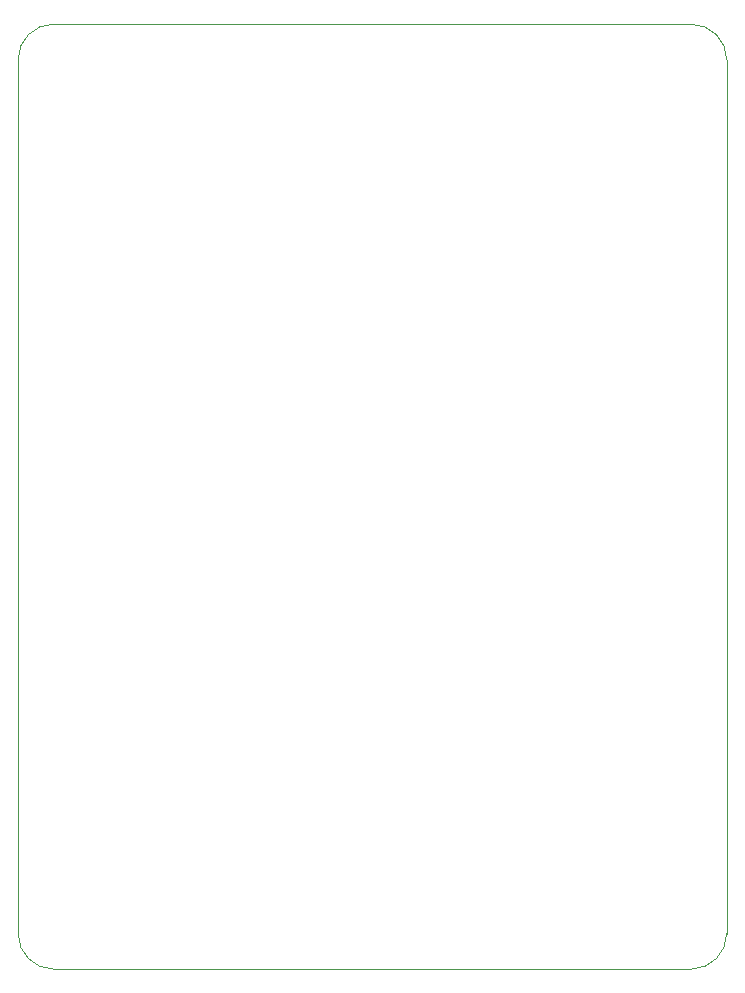
<source format=gbr>
%TF.GenerationSoftware,KiCad,Pcbnew,9.0.6*%
%TF.CreationDate,2026-01-14T19:17:06+00:00*%
%TF.ProjectId,Cinder,43696e64-6572-42e6-9b69-6361645f7063,rev?*%
%TF.SameCoordinates,Original*%
%TF.FileFunction,Profile,NP*%
%FSLAX46Y46*%
G04 Gerber Fmt 4.6, Leading zero omitted, Abs format (unit mm)*
G04 Created by KiCad (PCBNEW 9.0.6) date 2026-01-14 19:17:06*
%MOMM*%
%LPD*%
G01*
G04 APERTURE LIST*
%TA.AperFunction,Profile*%
%ADD10C,0.050000*%
%TD*%
G04 APERTURE END LIST*
D10*
X128000000Y-140000000D02*
G75*
G02*
X125000000Y-137000000I0J3000000D01*
G01*
X185000000Y-137000000D02*
G75*
G02*
X182000000Y-140000000I-3000000J0D01*
G01*
X125000000Y-63000000D02*
G75*
G02*
X128000000Y-60000000I3000000J0D01*
G01*
X182000000Y-60000000D02*
G75*
G02*
X185000000Y-63000000I0J-3000000D01*
G01*
X125000000Y-137000000D02*
X125000000Y-63000000D01*
X182000000Y-140000000D02*
X128000000Y-140000000D01*
X185000000Y-63000000D02*
X185000000Y-137000000D01*
X128000000Y-60000000D02*
X182000000Y-60000000D01*
M02*

</source>
